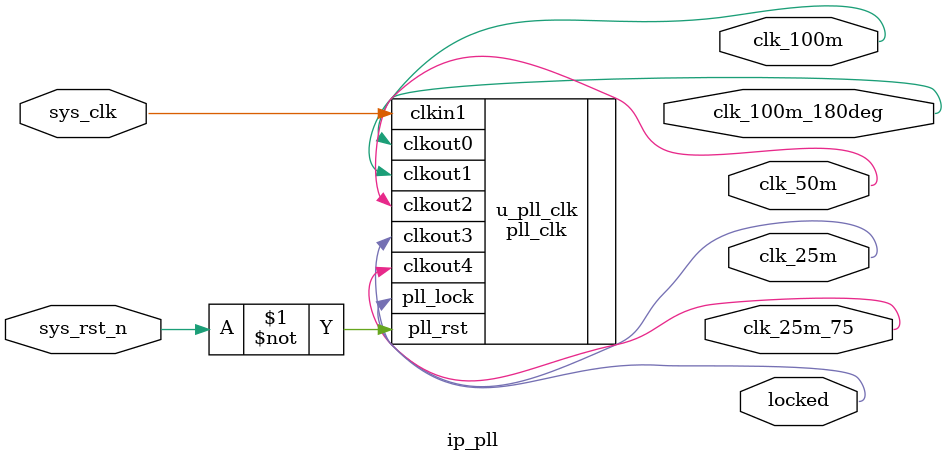
<source format=v>

module ip_pll(
    input     sys_clk        ,   //系统时钟
    input     sys_rst_n      ,   //系统复位，低电平有效
    //输出时钟
    output    clk_100m       ,   //100Mhz时钟频率
    output    clk_100m_180deg,   //100Mhz时钟频率,相位偏移180度
    output    clk_50m        ,   //50Mhz时钟频率
    output    clk_25m        ,   //25Mhz时钟频率
    output    clk_25m_75     ,   //25Mhz时钟频率,占空比75.0%
    output    locked
    );

//锁相环
pll_clk u_pll_clk (
    .pll_rst     (~sys_rst_n     ),      // input    
    .clkin1      (sys_clk        ),      // input
    .pll_lock    (locked         ),      // output
    .clkout0     (clk_100m       ),      // output
    .clkout1     (clk_100m_180deg),      // output
    .clkout2     (clk_50m        ),      // output
    .clkout3     (clk_25m        ),      // output
    .clkout4     (clk_25m_75     )       // output
);

endmodule
</source>
